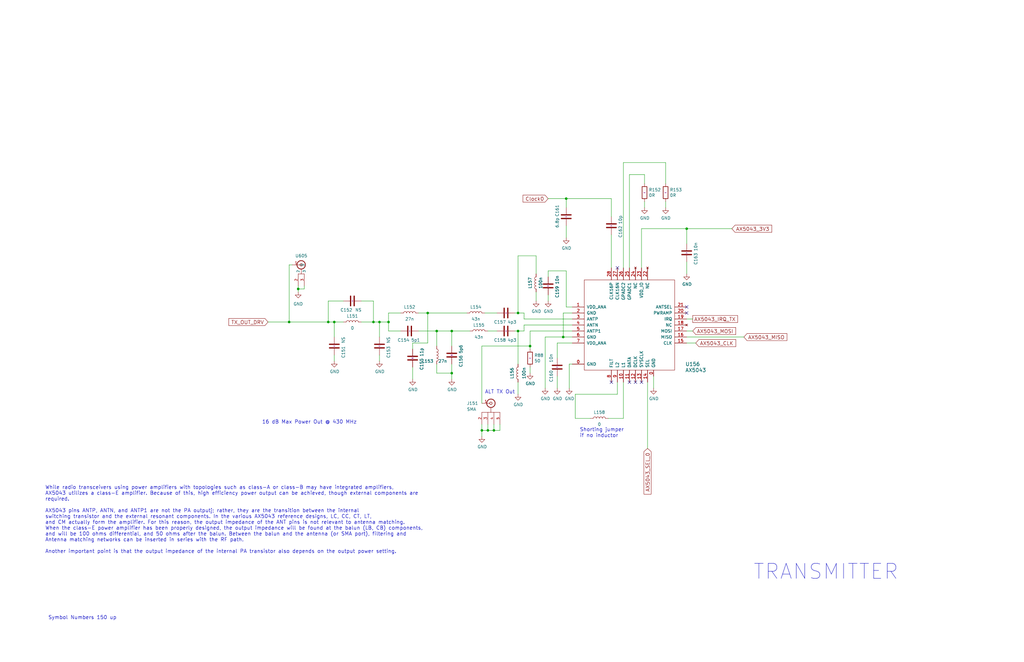
<source format=kicad_sch>
(kicad_sch (version 20230121) (generator eeschema)
  (paper "USLedger")
  (title_block (title "Radiation Tolerant PacSat Communication") (date "2023-06-17") (rev "A") (company "AMSAT-NA") (comment 1 "N5BRG"))
  (lib_symbols
    (symbol "Device:C" (pin_numbers hide) (pin_names (offset 0.254))
      (property "Reference" "C" (at 0.635 2.54 0))
      (property "Value" "C" (at 0.635 -2.54 0))
      (symbol "C_0_1"
        (polyline (pts (xy -2.032 -0.762) (xy 2.032 -0.762)) (stroke (width 0.508)))
        (polyline (pts (xy -2.032 0.762) (xy 2.032 0.762)) (stroke (width 0.508)))
      )
      (symbol "C_1_1"
        (pin passive line (at 0 3.81 270) (length 2.794) (name "~") (number "1"))
        (pin passive line (at 0 -3.81 90) (length 2.794) (name "~") (number "2"))
      )
    )
    (symbol "Device:L" (pin_numbers hide) (pin_names (offset 1.016) hide)
      (property "Reference" "L" (at -1.27 0 90))
      (property "Value" "L" (at 1.905 0 90))
      (symbol "L_0_1"
        (arc (start 0 -2.54) (mid 0.6323 -1.905) (end 0 -1.27))
        (arc (start 0 -1.27) (mid 0.6323 -0.635) (end 0 0))
        (arc (start 0 0) (mid 0.6323 0.635) (end 0 1.27))
        (arc (start 0 1.27) (mid 0.6323 1.905) (end 0 2.54))
      )
      (symbol "L_1_1"
        (pin passive line (at 0 3.81 270) (length 1.27) (name "1") (number "1"))
        (pin passive line (at 0 -3.81 90) (length 1.27) (name "2") (number "2"))
      )
    )
    (symbol "Device:R" (pin_numbers hide) (pin_names (offset 0))
      (property "Reference" "R" (at 2.032 0 90))
      (property "Value" "R" (at 0 0 90))
      (symbol "R_0_1"
        (rectangle (start -1.016 -2.54) (end 1.016 2.54) (stroke (width 0.254)))
      )
      (symbol "R_1_1"
        (pin passive line (at 0 3.81 270) (length 1.27) (name "~") (number "1"))
        (pin passive line (at 0 -3.81 90) (length 1.27) (name "~") (number "2"))
      )
    )
    (symbol "PACSAT_DEV_misc:AX5043" (pin_names (offset 1.016))
      (property "Reference" "U156" (at 16.51 -21.59 0))
      (property "Value" "AX5043" (at -5.08 0 0))
      (symbol "AX5043_0_1"
        (rectangle (start -19.05 19.05) (end 19.05 -19.05))
      )
      (symbol "AX5043_1_1"
        (pin passive line (at -24.13 -16.51 0) (length 5.08) (name "GND") (number "0"))
        (pin power_in line (at 10.16 -21.59 90) (length 2.54) (name "GND") (number "0"))
        (pin passive line (at -24.13 7.62 0) (length 5.08) (name "VDD_ANA") (number "1"))
        (pin passive line (at -2.54 -24.13 90) (length 5.08) (name "L1") (number "10"))
        (pin input line (at 0 -24.13 90) (length 5.08) (name "DATA") (number "11"))
        (pin input line (at 2.54 -24.13 90) (length 5.08) (name "DCLK") (number "12"))
        (pin output line (at 5.08 -24.13 90) (length 5.08) (name "SYSCLK") (number "13"))
        (pin input line (at 7.62 -24.13 90) (length 5.08) (name "SEL") (number "14"))
        (pin input line (at 24.13 -7.62 180) (length 5.08) (name "CLK") (number "15"))
        (pin tri_state line (at 24.13 -5.08 180) (length 5.08) (name "MISO") (number "16"))
        (pin input line (at 24.13 -2.54 180) (length 5.08) (name "MOSI") (number "17"))
        (pin no_connect line (at 24.13 0 180) (length 5.08) (name "NC") (number "18"))
        (pin output line (at 24.13 2.54 180) (length 5.08) (name "IRQ") (number "19"))
        (pin input line (at -24.13 5.08 0) (length 5.08) (name "GND") (number "2"))
        (pin output line (at 24.13 5.08 180) (length 5.08) (name "PWRAMP") (number "20"))
        (pin output line (at 24.13 7.62 180) (length 5.08) (name "ANTSEL") (number "21"))
        (pin no_connect line (at 7.62 24.13 270) (length 5.08) (name "NC") (number "22"))
        (pin passive line (at 5.08 24.13 270) (length 5.08) (name "VDD_IO") (number "23"))
        (pin no_connect line (at 2.54 24.13 270) (length 5.08) (name "NC") (number "24"))
        (pin input line (at 0 24.13 270) (length 5.08) (name "GPADC1") (number "25"))
        (pin input line (at -2.54 24.13 270) (length 5.08) (name "GPADC2") (number "26"))
        (pin passive line (at -5.08 24.13 270) (length 5.08) (name "CLK16N") (number "27"))
        (pin passive line (at -7.62 24.13 270) (length 5.08) (name "CLK16P") (number "28"))
        (pin bidirectional line (at -24.13 2.54 0) (length 5.08) (name "ANTP") (number "3"))
        (pin bidirectional line (at -24.13 0 0) (length 5.08) (name "ANTN") (number "4"))
        (pin output line (at -24.13 -2.54 0) (length 5.08) (name "ANTP1") (number "5"))
        (pin input line (at -24.13 -5.08 0) (length 5.08) (name "GND") (number "6"))
        (pin passive line (at -24.13 -7.62 0) (length 5.08) (name "VDD_ANA") (number "7"))
        (pin passive line (at -7.62 -24.13 90) (length 5.08) (name "FILT") (number "8"))
        (pin passive line (at -5.08 -24.13 90) (length 5.08) (name "L2") (number "9"))
      )
    )
    (symbol "PACSAT_DEV_misc:SMA" (pin_names (offset 1.016) hide)
      (property "Reference" "U155" (at -5.7658 -2.5146 0))
      (property "Value" "SMA" (at -5.7658 -4.826 0))
      (symbol "SMA_0_1"
        (polyline (pts (xy -3.81 -3.81) (xy 3.81 -3.81)))
        (polyline (pts (xy 0 -3.81) (xy 0 -1.778)))
        (circle (center 0 0) (radius 0.508) (stroke (width 0.2032)))
        (circle (center 0 0) (radius 1.778) (stroke (width 0.3048)))
      )
      (symbol "SMA_1_1"
        (pin passive line (at -3.81 0 0) (length 3.302) (name "In") (number "1"))
        (pin passive line (at -3.81 -8.89 90) (length 5.08) (name "Body") (number "2"))
        (pin input line (at -1.27 -8.89 90) (length 5.08) (name "3") (number "3"))
        (pin passive line (at 1.27 -8.89 90) (length 5.08) (name "4") (number "4"))
        (pin passive line (at 3.81 -8.89 90) (length 5.08) (name "5") (number "5"))
      )
    )
    (symbol "PACSAT_DEV_misc:U_FL"
      (property "Reference" "U" (at -3.81 2.54 0))
      (symbol "U_FL_0_1"
        (polyline (pts (xy -1.27 -3.81) (xy 1.27 -3.81)))
        (polyline (pts (xy 0 -3.81) (xy 0 -1.778)))
        (circle (center 0 0) (radius 0.508) (stroke (width 0.2032)))
        (circle (center 0 0) (radius 1.778) (stroke (width 0.3048)))
      )
      (symbol "U_FL_1_1"
        (pin bidirectional line (at -3.81 0 0) (length 3.302) (name "In") (number "1"))
        (pin power_in line (at -1.27 -8.89 90) (length 5.08) (name "2") (number "2"))
        (pin power_in line (at 1.27 -8.89 90) (length 5.08) (name "3") (number "3"))
      )
    )
    (symbol "power:GND" (power) (pin_names (offset 0))
      (property "Value" "GND" (at 0 -3.81 0))
      (symbol "GND_0_1"
        (polyline (pts (xy 0 0) (xy 0 -1.27) (xy 1.27 -1.27) (xy 0 -2.54) (xy -1.27 -1.27) (xy 0 -1.27)))
      )
      (symbol "GND_1_1"
        (pin power_in line (at 0 0 270) (length 0) hide (name "GND") (number "1"))
      )
    )
  )
  (junction (at 184.15 139.7))
  (junction (at 180.34 132.08))
  (junction (at 125.73 121.92))
  (junction (at 138.43 135.89))
  (junction (at 190.5 139.7))
  (junction (at 237.49 142.24))
  (junction (at 157.48 135.89))
  (junction (at 121.92 135.89))
  (junction (at 205.74 181.61))
  (junction (at 140.97 135.89))
  (junction (at 218.44 139.7))
  (junction (at 203.2 181.61))
  (junction (at 160.02 135.89))
  (junction (at 223.52 146.05))
  (junction (at 190.5 157.48))
  (junction (at 218.44 132.08))
  (junction (at 208.28 181.61))
  (junction (at 163.83 135.89))
  (junction (at 238.76 83.82))
  (junction (at 289.56 96.52))
  (no_connect (at 260.35 113.03))
  (no_connect (at 267.97 161.29))
  (no_connect (at 257.81 161.29))
  (no_connect (at 289.56 129.54))
  (no_connect (at 270.51 161.29))
  (no_connect (at 265.43 161.29))
  (no_connect (at 289.56 132.08))
  (wire (pts (xy 180.34 132.08) (xy 196.85 132.08)))
  (wire (pts (xy 265.43 73.66) (xy 271.78 73.66)))
  (wire (pts (xy 238.76 114.3) (xy 231.14 114.3)))
  (wire (pts (xy 237.49 142.24) (xy 241.3 142.24)))
  (wire (pts (xy 121.92 111.76) (xy 121.92 135.89)))
  (wire (pts (xy 289.56 96.52) (xy 308.61 96.52)))
  (wire (pts (xy 223.52 139.7) (xy 241.3 139.7)))
  (wire (pts (xy 180.34 144.78) (xy 173.99 144.78)))
  (wire (pts (xy 184.15 139.7) (xy 190.5 139.7)))
  (wire (pts (xy 280.67 68.58) (xy 280.67 77.47)))
  (wire (pts (xy 160.02 149.86) (xy 160.02 152.4)))
  (wire (pts (xy 256.54 176.53) (xy 262.89 176.53)))
  (wire (pts (xy 205.74 181.61) (xy 208.28 181.61)))
  (wire (pts (xy 180.34 132.08) (xy 180.34 144.78)))
  (wire (pts (xy 238.76 129.54) (xy 238.76 114.3)))
  (wire (pts (xy 138.43 135.89) (xy 140.97 135.89)))
  (wire (pts (xy 163.83 139.7) (xy 168.91 139.7)))
  (wire (pts (xy 257.81 99.06) (xy 257.81 113.03)))
  (wire (pts (xy 144.78 127) (xy 138.43 127)))
  (wire (pts (xy 208.28 179.07) (xy 208.28 181.61)))
  (wire (pts (xy 260.35 166.37) (xy 242.57 166.37)))
  (wire (pts (xy 204.47 132.08) (xy 209.55 132.08)))
  (wire (pts (xy 231.14 114.3) (xy 231.14 116.84)))
  (wire (pts (xy 289.56 102.87) (xy 289.56 96.52)))
  (wire (pts (xy 203.2 181.61) (xy 205.74 181.61)))
  (wire (pts (xy 231.14 124.46) (xy 231.14 127)))
  (wire (pts (xy 223.52 146.05) (xy 203.2 146.05)))
  (wire (pts (xy 218.44 107.95) (xy 218.44 132.08)))
  (wire (pts (xy 125.73 121.92) (xy 128.27 121.92)))
  (wire (pts (xy 220.98 139.7) (xy 220.98 137.16)))
  (wire (pts (xy 160.02 142.24) (xy 160.02 135.89)))
  (wire (pts (xy 176.53 132.08) (xy 180.34 132.08)))
  (wire (pts (xy 190.5 157.48) (xy 190.5 160.02)))
  (wire (pts (xy 265.43 73.66) (xy 265.43 113.03)))
  (wire (pts (xy 140.97 149.86) (xy 140.97 152.4)))
  (wire (pts (xy 203.2 179.07) (xy 203.2 181.61)))
  (wire (pts (xy 173.99 154.94) (xy 173.99 160.02)))
  (wire (pts (xy 184.15 153.67) (xy 184.15 157.48)))
  (wire (pts (xy 203.2 146.05) (xy 203.2 170.18)))
  (wire (pts (xy 190.5 139.7) (xy 198.12 139.7)))
  (wire (pts (xy 229.87 142.24) (xy 237.49 142.24)))
  (wire (pts (xy 262.89 161.29) (xy 262.89 176.53)))
  (wire (pts (xy 190.5 153.67) (xy 190.5 157.48)))
  (wire (pts (xy 257.81 83.82) (xy 238.76 83.82)))
  (wire (pts (xy 152.4 127) (xy 157.48 127)))
  (wire (pts (xy 226.06 107.95) (xy 226.06 115.57)))
  (wire (pts (xy 184.15 157.48) (xy 190.5 157.48)))
  (wire (pts (xy 226.06 107.95) (xy 218.44 107.95)))
  (wire (pts (xy 176.53 139.7) (xy 184.15 139.7)))
  (wire (pts (xy 223.52 139.7) (xy 223.52 146.05)))
  (wire (pts (xy 240.03 153.67) (xy 240.03 163.83)))
  (wire (pts (xy 242.57 166.37) (xy 242.57 176.53)))
  (wire (pts (xy 241.3 132.08) (xy 237.49 132.08)))
  (wire (pts (xy 270.51 96.52) (xy 289.56 96.52)))
  (wire (pts (xy 157.48 127) (xy 157.48 135.89)))
  (wire (pts (xy 217.17 132.08) (xy 218.44 132.08)))
  (wire (pts (xy 280.67 85.09) (xy 280.67 87.63)))
  (wire (pts (xy 289.56 134.62) (xy 292.1 134.62)))
  (wire (pts (xy 217.17 139.7) (xy 218.44 139.7)))
  (wire (pts (xy 210.82 179.07) (xy 210.82 181.61)))
  (wire (pts (xy 123.19 111.76) (xy 121.92 111.76)))
  (wire (pts (xy 140.97 135.89) (xy 144.78 135.89)))
  (wire (pts (xy 289.56 139.7) (xy 292.1 139.7)))
  (wire (pts (xy 273.05 161.29) (xy 273.05 189.23)))
  (wire (pts (xy 271.78 85.09) (xy 271.78 87.63)))
  (wire (pts (xy 223.52 154.94) (xy 223.52 157.48)))
  (wire (pts (xy 220.98 134.62) (xy 241.3 134.62)))
  (wire (pts (xy 140.97 142.24) (xy 140.97 135.89)))
  (wire (pts (xy 203.2 181.61) (xy 203.2 184.15)))
  (wire (pts (xy 205.74 179.07) (xy 205.74 181.61)))
  (wire (pts (xy 289.56 110.49) (xy 289.56 115.57)))
  (wire (pts (xy 190.5 139.7) (xy 190.5 146.05)))
  (wire (pts (xy 208.28 181.61) (xy 210.82 181.61)))
  (wire (pts (xy 184.15 139.7) (xy 184.15 146.05)))
  (wire (pts (xy 234.95 144.78) (xy 234.95 151.13)))
  (wire (pts (xy 205.74 139.7) (xy 209.55 139.7)))
  (wire (pts (xy 125.73 120.65) (xy 125.73 121.92)))
  (wire (pts (xy 241.3 153.67) (xy 240.03 153.67)))
  (wire (pts (xy 218.44 161.29) (xy 218.44 166.37)))
  (wire (pts (xy 262.89 68.58) (xy 280.67 68.58)))
  (wire (pts (xy 238.76 83.82) (xy 238.76 87.63)))
  (wire (pts (xy 270.51 113.03) (xy 270.51 96.52)))
  (wire (pts (xy 113.03 135.89) (xy 121.92 135.89)))
  (wire (pts (xy 241.3 129.54) (xy 238.76 129.54)))
  (wire (pts (xy 218.44 139.7) (xy 220.98 139.7)))
  (wire (pts (xy 218.44 132.08) (xy 220.98 132.08)))
  (wire (pts (xy 229.87 163.83) (xy 229.87 142.24)))
  (wire (pts (xy 242.57 176.53) (xy 248.92 176.53)))
  (wire (pts (xy 152.4 135.89) (xy 157.48 135.89)))
  (wire (pts (xy 220.98 132.08) (xy 220.98 134.62)))
  (wire (pts (xy 289.56 144.78) (xy 293.37 144.78)))
  (wire (pts (xy 160.02 135.89) (xy 163.83 135.89)))
  (wire (pts (xy 138.43 127) (xy 138.43 135.89)))
  (wire (pts (xy 289.56 142.24) (xy 313.69 142.24)))
  (wire (pts (xy 157.48 135.89) (xy 160.02 135.89)))
  (wire (pts (xy 275.59 158.75) (xy 275.59 163.83)))
  (wire (pts (xy 121.92 135.89) (xy 138.43 135.89)))
  (wire (pts (xy 262.89 68.58) (xy 262.89 113.03)))
  (wire (pts (xy 257.81 83.82) (xy 257.81 91.44)))
  (wire (pts (xy 238.76 83.82) (xy 231.14 83.82)))
  (wire (pts (xy 173.99 144.78) (xy 173.99 147.32)))
  (wire (pts (xy 220.98 137.16) (xy 241.3 137.16)))
  (wire (pts (xy 241.3 144.78) (xy 234.95 144.78)))
  (wire (pts (xy 234.95 158.75) (xy 234.95 163.83)))
  (wire (pts (xy 237.49 132.08) (xy 237.49 142.24)))
  (wire (pts (xy 125.73 121.92) (xy 125.73 123.19)))
  (wire (pts (xy 163.83 132.08) (xy 163.83 135.89)))
  (wire (pts (xy 223.52 146.05) (xy 223.52 147.32)))
  (wire (pts (xy 218.44 139.7) (xy 218.44 153.67)))
  (wire (pts (xy 226.06 123.19) (xy 226.06 127)))
  (wire (pts (xy 163.83 135.89) (xy 163.83 139.7)))
  (wire (pts (xy 260.35 161.29) (xy 260.35 166.37)))
  (wire (pts (xy 238.76 95.25) (xy 238.76 100.33)))
  (wire (pts (xy 271.78 73.66) (xy 271.78 77.47)))
  (wire (pts (xy 163.83 132.08) (xy 168.91 132.08)))
  (wire (pts (xy 128.27 120.65) (xy 128.27 121.92)))
  (text "Symbol Numbers 150 up" (at 20.32 261.62 0) (effects (font (size 1.524 1.524)) (justify left bottom)))
  (text "16 dB Max Power Out @ 430 MHz" (at 110.49 179.07 0) (effects (font (size 1.524 1.524)) (justify left bottom)))
  (text "TRANSMITTER" (at 317.5 245.11 0) (effects (font (size 6.35 6.35)) (justify left bottom)))
  (text "While radio transceivers using power amplifiers with topologies such as class-A or class-B may have integrated amplifiers, \nAX5043 utilizes a class-E amplifier. Because of this, high efficiency power output can be achieved, though external components are \nrequired.\n\nAX5043 pins ANTP, ANTN, and ANTP1 are not the PA outputj; rather, they are the transition between the internal \nswitching transistor and the external resonant components. In the various AX5043 reference designs, LC, CC, CT, LT, \nand CM actually form the amplifier. For this reason, the output impedance of the ANT pins is not relevant to antenna matching. \nWhen the class-E power amplifier has been properly designed, the output impedance will be found at the balun (LB, CB) components, \nand will be 100 ohms differential, and 50 ohms after the balun. Between the balun and the antenna (or SMA port), filtering and \nAntenna matching networks can be inserted in series with the RF path.\n\nAnother important point is that the output impedance of the internal PA transistor also depends on the output power setting." (at 19.05 233.68 0) (effects (font (size 1.524 1.524)) (justify left bottom)))
  (text "ALT TX Out" (at 204.47 166.37 0) (effects (font (size 1.524 1.524)) (justify left bottom)))
  (text "Shorting jumper\nif no inductor" (at 244.475 184.785 0) (effects (font (size 1.524 1.524)) (justify left bottom)))
  (global_label "AX5043_CLK" (shape input) (at 293.37 144.78 0) (effects (font (size 1.524 1.524))) (property "Intersheetrefs" "${INTERSHEET_REFS}" (effects hide)))
  (global_label "AX5043_MISO" (shape input) (at 313.69 142.24 0) (effects (font (size 1.524 1.524))) (property "Intersheetrefs" "${INTERSHEET_REFS}" (effects hide)))
  (global_label "AX5043_SEL_0" (shape input) (at 273.05 189.23 270) (effects (font (size 1.524 1.524))) (property "Intersheetrefs" "${INTERSHEET_REFS}" (effects hide)))
  (global_label "Clock0" (shape input) (at 231.14 83.82 180) (effects (font (size 1.524 1.524))) (property "Intersheetrefs" "${INTERSHEET_REFS}" (effects hide)))
  (global_label "AX5043_MOSI" (shape input) (at 292.1 139.7 0) (effects (font (size 1.524 1.524))) (property "Intersheetrefs" "${INTERSHEET_REFS}" (effects hide)))
  (global_label "AX5043_3V3" (shape input) (at 308.61 96.52 0) (effects (font (size 1.524 1.524))) (property "Intersheetrefs" "${INTERSHEET_REFS}" (effects hide)))
  (global_label "AX5043_IRQ_TX" (shape passive) (at 292.1 134.62 0) (effects (font (size 1.524 1.524))) (property "Intersheetrefs" "${INTERSHEET_REFS}" (effects hide)))
  (global_label "TX_OUT_DRV" (shape input) (at 113.03 135.89 180) (effects (font (size 1.524 1.524))) (property "Intersheetrefs" "${INTERSHEET_REFS}" (effects hide)))
  (symbol (lib_id "Device:C") (at 213.36 132.08 270) (unit 1)
    (property "Reference" "C157" (at 210.82 135.89 90))
    (property "Value" "4p3" (at 215.9 135.89 90))
    (property "Footprint" "Capacitor_SMD:C_0603_1608Metric_Pad1.08x0.95mm_HandSolder" (effects hide))
    (property "Datasheet" "~" (at 213.36 132.08 0))
  )
  (symbol (lib_id "power:GND") (at 289.56 115.57 0) (unit 1)
    (property "Reference" "#PWR0184" (effects hide))
    (property "Value" "GND" (at 289.687 119.9642 0))
  )
  (symbol (lib_id "Device:C") (at 213.36 139.7 270) (unit 1)
    (property "Reference" "C158" (at 210.82 143.51 90))
    (property "Value" "4p3" (at 215.9 143.51 90))
    (property "Footprint" "Capacitor_SMD:C_0603_1608Metric_Pad1.08x0.95mm_HandSolder" (effects hide))
    (property "Datasheet" "~" (at 213.36 139.7 0))
  )
  (symbol (lib_id "Device:C") (at 231.14 120.65 0) (unit 1)
    (property "Reference" "C159" (at 234.95 123.19 90))
    (property "Value" "10n" (at 234.95 118.11 90))
    (property "Footprint" "Capacitor_SMD:C_0603_1608Metric_Pad1.08x0.95mm_HandSolder" (effects hide))
    (property "Datasheet" "~" (at 231.14 120.65 0))
  )
  (symbol (lib_id "power:GND") (at 226.06 127 0) (unit 1)
    (property "Reference" "#PWR0175" (effects hide))
    (property "Value" "GND" (at 226.187 131.3942 0))
  )
  (symbol (lib_id "power:GND") (at 218.44 166.37 0) (unit 1)
    (property "Reference" "#PWR0173" (effects hide))
    (property "Value" "GND" (at 218.567 170.7642 0))
  )
  (symbol (lib_id "Device:C") (at 289.56 106.68 0) (unit 1)
    (property "Reference" "C163" (at 293.37 109.22 90))
    (property "Value" "10n" (at 293.37 104.14 90))
    (property "Footprint" "Capacitor_SMD:C_0603_1608Metric_Pad1.08x0.95mm_HandSolder" (effects hide))
    (property "Datasheet" "~" (at 289.56 106.68 0))
  )
  (symbol (lib_id "power:GND") (at 231.14 127 0) (unit 1)
    (property "Reference" "#PWR0177" (effects hide))
    (property "Value" "GND" (at 231.267 131.3942 0))
  )
  (symbol (lib_id "power:GND") (at 229.87 163.83 0) (unit 1)
    (property "Reference" "#PWR0176" (effects hide))
    (property "Value" "GND" (at 229.997 168.2242 0))
  )
  (symbol (lib_id "Device:C") (at 190.5 149.86 0) (unit 1)
    (property "Reference" "C156" (at 194.31 152.4 90))
    (property "Value" "5p6" (at 194.31 147.32 90))
    (property "Footprint" "Capacitor_SMD:C_0603_1608Metric_Pad1.08x0.95mm_HandSolder" (effects hide))
    (property "Datasheet" "~" (at 190.5 149.86 0))
  )
  (symbol (lib_id "Device:L") (at 184.15 149.86 0) (unit 1)
    (property "Reference" "L153" (at 180.34 152.4 0))
    (property "Value" "27n" (at 186.69 152.4 0))
    (property "Footprint" "PacSatDev_misc:L_Murata_LQH2MCNxxxx02_2.0x1.6mm" (effects hide))
  )
  (symbol (lib_id "power:GND") (at 190.5 160.02 0) (unit 1)
    (property "Reference" "#PWR0171" (effects hide))
    (property "Value" "GND" (at 190.627 164.4142 0))
  )
  (symbol (lib_id "Device:C") (at 172.72 139.7 270) (unit 1)
    (property "Reference" "C154" (at 170.18 143.51 90))
    (property "Value" "5p1" (at 175.26 143.51 90))
    (property "Footprint" "Capacitor_SMD:C_0603_1608Metric_Pad1.08x0.95mm_HandSolder" (effects hide))
    (property "Datasheet" "~" (at 172.72 139.7 0))
  )
  (symbol (lib_id "Device:C") (at 173.99 151.13 0) (unit 1)
    (property "Reference" "C155" (at 177.8 153.67 90))
    (property "Value" "11p" (at 177.8 148.59 90))
    (property "Footprint" "Capacitor_SMD:C_0603_1608Metric_Pad1.08x0.95mm_HandSolder" (effects hide))
    (property "Datasheet" "~" (at 173.99 151.13 0))
  )
  (symbol (lib_id "power:GND") (at 173.99 160.02 0) (unit 1)
    (property "Reference" "#PWR0170" (effects hide))
    (property "Value" "GND" (at 174.117 164.4142 0))
  )
  (symbol (lib_id "Device:C") (at 148.59 127 270) (unit 1)
    (property "Reference" "C152" (at 146.05 130.81 90))
    (property "Value" "NS" (at 151.13 130.81 90))
    (property "Footprint" "Capacitor_SMD:C_0603_1608Metric_Pad1.08x0.95mm_HandSolder" (effects hide))
    (property "Datasheet" "~" (at 148.59 127 0))
  )
  (symbol (lib_id "Device:C") (at 140.97 146.05 0) (unit 1)
    (property "Reference" "C151" (at 144.78 148.59 90))
    (property "Value" "NS" (at 144.78 143.51 90))
    (property "Footprint" "Capacitor_SMD:C_0603_1608Metric_Pad1.08x0.95mm_HandSolder" (effects hide))
    (property "Datasheet" "~" (at 140.97 146.05 0))
  )
  (symbol (lib_id "Device:C") (at 160.02 146.05 0) (unit 1)
    (property "Reference" "C153" (at 163.83 148.59 90))
    (property "Value" "NS" (at 163.83 143.51 90))
    (property "Footprint" "Capacitor_SMD:C_0603_1608Metric_Pad1.08x0.95mm_HandSolder" (effects hide))
    (property "Datasheet" "~" (at 160.02 146.05 0))
  )
  (symbol (lib_id "power:GND") (at 160.02 152.4 0) (unit 1)
    (property "Reference" "#PWR0169" (effects hide))
    (property "Value" "GND" (at 160.147 156.7942 0))
  )
  (symbol (lib_id "power:GND") (at 140.97 152.4 0) (unit 1)
    (property "Reference" "#PWR0167" (effects hide))
    (property "Value" "GND" (at 141.097 156.7942 0))
  )
  (symbol (lib_id "Device:C") (at 234.95 154.94 0) (unit 1)
    (property "Reference" "C160" (at 232.41 158.75 90))
    (property "Value" "10n" (at 232.41 151.13 90))
    (property "Footprint" "Capacitor_SMD:C_0603_1608Metric_Pad1.08x0.95mm_HandSolder" (effects hide))
    (property "Datasheet" "~" (at 234.95 154.94 0))
  )
  (symbol (lib_id "power:GND") (at 234.95 163.83 0) (unit 1)
    (property "Reference" "#PWR0178" (effects hide))
    (property "Value" "GND" (at 235.077 168.2242 0))
  )
  (symbol (lib_id "power:GND") (at 240.03 163.83 0) (unit 1)
    (property "Reference" "#PWR0180" (effects hide))
    (property "Value" "GND" (at 240.157 168.2242 0))
  )
  (symbol (lib_id "Device:R") (at 271.78 81.28 0) (unit 1)
    (property "Reference" "R152" (at 273.558 80.1116 0) (effects (justify left)))
    (property "Value" "0R" (at 273.558 82.423 0) (effects (justify left)))
    (property "Footprint" "Resistor_SMD:R_0603_1608Metric_Pad0.98x0.95mm_HandSolder" (effects hide))
    (property "Datasheet" "~" (at 271.78 81.28 0))
  )
  (symbol (lib_id "Device:R") (at 280.67 81.28 0) (unit 1)
    (property "Reference" "R153" (at 282.448 80.1116 0) (effects (justify left)))
    (property "Value" "0R" (at 282.448 82.423 0) (effects (justify left)))
    (property "Footprint" "Resistor_SMD:R_0603_1608Metric_Pad0.98x0.95mm_HandSolder" (effects hide))
    (property "Datasheet" "~" (at 280.67 81.28 0))
  )
  (symbol (lib_id "power:GND") (at 271.78 87.63 0) (unit 1)
    (property "Reference" "#PWR0181" (effects hide))
    (property "Value" "GND" (at 271.907 92.0242 0))
  )
  (symbol (lib_id "power:GND") (at 280.67 87.63 0) (unit 1)
    (property "Reference" "#PWR0183" (effects hide))
    (property "Value" "GND" (at 280.797 92.0242 0))
  )
  (symbol (lib_id "Device:R") (at 223.52 151.13 0) (unit 1)
    (property "Reference" "R88" (at 225.298 149.9616 0) (effects (justify left)))
    (property "Value" "50" (at 225.298 152.273 0) (effects (justify left)))
    (property "Footprint" "Resistor_SMD:R_0603_1608Metric_Pad0.98x0.95mm_HandSolder" (effects hide))
    (property "Datasheet" "~" (at 223.52 151.13 0))
    (instances (project "PacSat_Dev_RevC_230824" (path "" (reference "R88") (unit 1)) (path "" (reference "R151") (unit 1))))
  )
  (symbol (lib_id "power:GND") (at 223.52 157.48 0) (unit 1)
    (property "Reference" "#PWR0191" (effects hide))
    (property "Value" "GND" (at 223.647 161.8742 0))
    (instances (project "PacSat_Dev_RevC_230824" (path "" (reference "#PWR0191") (unit 1)) (path "" (reference "#PWR0174") (unit 1))))
  )
  (symbol (lib_id "Device:L") (at 148.59 135.89 90) (unit 1)
    (property "Reference" "L151" (at 148.59 133.35 90))
    (property "Value" "0" (at 148.59 138.43 90))
    (property "Footprint" "PacSatDev_misc:L_Murata_LQH2MCNxxxx02_2.0x1.6mm" (effects hide))
  )
  (symbol (lib_id "Device:C") (at 257.81 95.25 0) (unit 1)
    (property "Reference" "C162" (at 261.62 97.79 90))
    (property "Value" "10p" (at 261.62 92.71 90))
    (property "Footprint" "Capacitor_SMD:C_0603_1608Metric_Pad1.08x0.95mm_HandSolder" (effects hide))
    (property "Datasheet" "~" (at 257.81 95.25 0))
  )
  (symbol (lib_id "power:GND") (at 275.59 163.83 0) (unit 1)
    (property "Reference" "#PWR0182" (effects hide))
    (property "Value" "GND" (at 275.717 168.2242 0))
  )
  (symbol (lib_id "Device:L") (at 201.93 139.7 90) (unit 1)
    (property "Reference" "L155" (at 201.93 137.16 90))
    (property "Value" "43n" (at 201.93 142.24 90))
    (property "Footprint" "PacSatDev_misc:L_Murata_LQH2MCNxxxx02_2.0x1.6mm" (effects hide))
  )
  (symbol (lib_id "PACSAT_DEV_misc:SMA") (at 207.01 170.18 0) (unit 1)
    (property "Reference" "J151" (at 196.85 170.18 0) (effects (justify left)))
    (property "Value" "SMA" (at 196.85 172.72 0) (effects (justify left)))
    (property "Footprint" "PacSatDev_misc:MMCX" (effects hide))
  )
  (symbol (lib_id "Device:L") (at 226.06 119.38 180) (unit 1)
    (property "Reference" "L157" (at 223.52 119.38 90))
    (property "Value" "100n" (at 227.965 119.38 90))
    (property "Footprint" "PacSatDev_misc:L_Murata_LQH2MCNxxxx02_2.0x1.6mm" (effects hide))
  )
  (symbol (lib_id "Device:L") (at 252.73 176.53 90) (unit 1)
    (property "Reference" "L158" (at 252.73 173.99 90))
    (property "Value" "0" (at 252.73 179.07 90))
    (property "Footprint" "PacSatDev_misc:L_Murata_LQH2MCNxxxx02_2.0x1.6mm" (effects hide))
  )
  (symbol (lib_id "Device:L") (at 200.66 132.08 90) (unit 1)
    (property "Reference" "L154" (at 200.66 129.54 90))
    (property "Value" "43n" (at 200.66 134.62 90))
    (property "Footprint" "PacSatDev_misc:L_Murata_LQH2MCNxxxx02_2.0x1.6mm" (effects hide))
  )
  (symbol (lib_id "power:GND") (at 125.73 123.19 0) (unit 1)
    (property "Reference" "#PWR0614" (effects hide))
    (property "Value" "GND" (at 125.73 128.27 0))
    (instances (project "PacSat_Dev_RevC_230824" (path "" (reference "#PWR0614") (unit 1)) (path "" (reference "#PWR0166") (unit 1))))
  )
  (symbol (lib_id "power:GND") (at 203.2 184.15 0) (unit 1)
    (property "Reference" "#PWR0172" (effects hide))
    (property "Value" "GND" (at 203.327 188.5442 0))
  )
  (symbol (lib_id "PACSAT_DEV_misc:AX5043") (at 265.43 137.16 0) (unit 1)
    (property "Reference" "U156" (at 292.1 153.67 0) (effects (font (size 1.524 1.524))))
    (property "Value" "AX5043" (at 293.37 156.21 0) (effects (font (size 1.524 1.524))))
    (property "Footprint" "PacSatDev_onsemi:QFN28" (effects hide))
  )
  (symbol (lib_id "Device:L") (at 218.44 157.48 180) (unit 1)
    (property "Reference" "L156" (at 215.9 157.48 90))
    (property "Value" "100n" (at 220.98 157.48 90))
    (property "Footprint" "PacSatDev_misc:L_Murata_LQH2MCNxxxx02_2.0x1.6mm" (effects hide))
  )
  (symbol (lib_id "power:GND") (at 238.76 100.33 0) (unit 1)
    (property "Reference" "#PWR0179" (effects hide))
    (property "Value" "GND" (at 238.887 104.7242 0))
  )
  (symbol (lib_id "Device:C") (at 238.76 91.44 180) (unit 1)
    (property "Reference" "C161" (at 234.95 88.9 90))
    (property "Value" "6.8p" (at 234.95 93.98 90))
    (property "Footprint" "Capacitor_SMD:C_0603_1608Metric_Pad1.08x0.95mm_HandSolder" (effects hide))
    (property "Datasheet" "~" (at 238.76 91.44 0))
  )
  (symbol (lib_id "PACSAT_DEV_misc:U_FL") (at 127 111.76 0) (unit 1)
    (property "Reference" "U605" (at 124.46 107.95 0) (effects (justify left)))
    (property "Value" "~" (at 127 111.76 0))
    (property "Footprint" "PacSatDev_misc:U_FL" (effects hide))
    (instances (project "PacSat_Dev_RevC_230824" (path "" (reference "U605") (unit 1)) (path "" (reference "U155") (unit 1))))
  )
  (symbol (lib_id "Device:L") (at 172.72 132.08 90) (unit 1)
    (property "Reference" "L152" (at 172.72 129.54 90))
    (property "Value" "27n" (at 172.72 134.62 90))
    (property "Footprint" "PacSatDev_misc:L_Murata_LQH2MCNxxxx02_2.0x1.6mm" (effects hide))
  )
)
</source>
